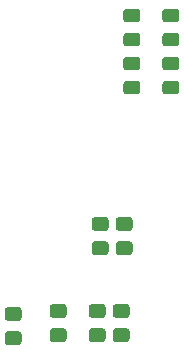
<source format=gbr>
G04 #@! TF.GenerationSoftware,KiCad,Pcbnew,(5.1.5-0-10_14)*
G04 #@! TF.CreationDate,2020-03-02T11:23:44+00:00*
G04 #@! TF.ProjectId,MidiLedController,4d696469-4c65-4644-936f-6e74726f6c6c,C*
G04 #@! TF.SameCoordinates,Original*
G04 #@! TF.FileFunction,Paste,Bot*
G04 #@! TF.FilePolarity,Positive*
%FSLAX46Y46*%
G04 Gerber Fmt 4.6, Leading zero omitted, Abs format (unit mm)*
G04 Created by KiCad (PCBNEW (5.1.5-0-10_14)) date 2020-03-02 11:23:44*
%MOMM*%
%LPD*%
G04 APERTURE LIST*
%ADD10C,0.100000*%
G04 APERTURE END LIST*
D10*
G36*
X135475505Y-47187204D02*
G01*
X135499773Y-47190804D01*
X135523572Y-47196765D01*
X135546671Y-47205030D01*
X135568850Y-47215520D01*
X135589893Y-47228132D01*
X135609599Y-47242747D01*
X135627777Y-47259223D01*
X135644253Y-47277401D01*
X135658868Y-47297107D01*
X135671480Y-47318150D01*
X135681970Y-47340329D01*
X135690235Y-47363428D01*
X135696196Y-47387227D01*
X135699796Y-47411495D01*
X135701000Y-47435999D01*
X135701000Y-48086001D01*
X135699796Y-48110505D01*
X135696196Y-48134773D01*
X135690235Y-48158572D01*
X135681970Y-48181671D01*
X135671480Y-48203850D01*
X135658868Y-48224893D01*
X135644253Y-48244599D01*
X135627777Y-48262777D01*
X135609599Y-48279253D01*
X135589893Y-48293868D01*
X135568850Y-48306480D01*
X135546671Y-48316970D01*
X135523572Y-48325235D01*
X135499773Y-48331196D01*
X135475505Y-48334796D01*
X135451001Y-48336000D01*
X134550999Y-48336000D01*
X134526495Y-48334796D01*
X134502227Y-48331196D01*
X134478428Y-48325235D01*
X134455329Y-48316970D01*
X134433150Y-48306480D01*
X134412107Y-48293868D01*
X134392401Y-48279253D01*
X134374223Y-48262777D01*
X134357747Y-48244599D01*
X134343132Y-48224893D01*
X134330520Y-48203850D01*
X134320030Y-48181671D01*
X134311765Y-48158572D01*
X134305804Y-48134773D01*
X134302204Y-48110505D01*
X134301000Y-48086001D01*
X134301000Y-47435999D01*
X134302204Y-47411495D01*
X134305804Y-47387227D01*
X134311765Y-47363428D01*
X134320030Y-47340329D01*
X134330520Y-47318150D01*
X134343132Y-47297107D01*
X134357747Y-47277401D01*
X134374223Y-47259223D01*
X134392401Y-47242747D01*
X134412107Y-47228132D01*
X134433150Y-47215520D01*
X134455329Y-47205030D01*
X134478428Y-47196765D01*
X134502227Y-47190804D01*
X134526495Y-47187204D01*
X134550999Y-47186000D01*
X135451001Y-47186000D01*
X135475505Y-47187204D01*
G37*
G36*
X135475505Y-45137204D02*
G01*
X135499773Y-45140804D01*
X135523572Y-45146765D01*
X135546671Y-45155030D01*
X135568850Y-45165520D01*
X135589893Y-45178132D01*
X135609599Y-45192747D01*
X135627777Y-45209223D01*
X135644253Y-45227401D01*
X135658868Y-45247107D01*
X135671480Y-45268150D01*
X135681970Y-45290329D01*
X135690235Y-45313428D01*
X135696196Y-45337227D01*
X135699796Y-45361495D01*
X135701000Y-45385999D01*
X135701000Y-46036001D01*
X135699796Y-46060505D01*
X135696196Y-46084773D01*
X135690235Y-46108572D01*
X135681970Y-46131671D01*
X135671480Y-46153850D01*
X135658868Y-46174893D01*
X135644253Y-46194599D01*
X135627777Y-46212777D01*
X135609599Y-46229253D01*
X135589893Y-46243868D01*
X135568850Y-46256480D01*
X135546671Y-46266970D01*
X135523572Y-46275235D01*
X135499773Y-46281196D01*
X135475505Y-46284796D01*
X135451001Y-46286000D01*
X134550999Y-46286000D01*
X134526495Y-46284796D01*
X134502227Y-46281196D01*
X134478428Y-46275235D01*
X134455329Y-46266970D01*
X134433150Y-46256480D01*
X134412107Y-46243868D01*
X134392401Y-46229253D01*
X134374223Y-46212777D01*
X134357747Y-46194599D01*
X134343132Y-46174893D01*
X134330520Y-46153850D01*
X134320030Y-46131671D01*
X134311765Y-46108572D01*
X134305804Y-46084773D01*
X134302204Y-46060505D01*
X134301000Y-46036001D01*
X134301000Y-45385999D01*
X134302204Y-45361495D01*
X134305804Y-45337227D01*
X134311765Y-45313428D01*
X134320030Y-45290329D01*
X134330520Y-45268150D01*
X134343132Y-45247107D01*
X134357747Y-45227401D01*
X134374223Y-45209223D01*
X134392401Y-45192747D01*
X134412107Y-45178132D01*
X134433150Y-45165520D01*
X134455329Y-45155030D01*
X134478428Y-45146765D01*
X134502227Y-45140804D01*
X134526495Y-45137204D01*
X134550999Y-45136000D01*
X135451001Y-45136000D01*
X135475505Y-45137204D01*
G37*
G36*
X135475505Y-49201204D02*
G01*
X135499773Y-49204804D01*
X135523572Y-49210765D01*
X135546671Y-49219030D01*
X135568850Y-49229520D01*
X135589893Y-49242132D01*
X135609599Y-49256747D01*
X135627777Y-49273223D01*
X135644253Y-49291401D01*
X135658868Y-49311107D01*
X135671480Y-49332150D01*
X135681970Y-49354329D01*
X135690235Y-49377428D01*
X135696196Y-49401227D01*
X135699796Y-49425495D01*
X135701000Y-49449999D01*
X135701000Y-50100001D01*
X135699796Y-50124505D01*
X135696196Y-50148773D01*
X135690235Y-50172572D01*
X135681970Y-50195671D01*
X135671480Y-50217850D01*
X135658868Y-50238893D01*
X135644253Y-50258599D01*
X135627777Y-50276777D01*
X135609599Y-50293253D01*
X135589893Y-50307868D01*
X135568850Y-50320480D01*
X135546671Y-50330970D01*
X135523572Y-50339235D01*
X135499773Y-50345196D01*
X135475505Y-50348796D01*
X135451001Y-50350000D01*
X134550999Y-50350000D01*
X134526495Y-50348796D01*
X134502227Y-50345196D01*
X134478428Y-50339235D01*
X134455329Y-50330970D01*
X134433150Y-50320480D01*
X134412107Y-50307868D01*
X134392401Y-50293253D01*
X134374223Y-50276777D01*
X134357747Y-50258599D01*
X134343132Y-50238893D01*
X134330520Y-50217850D01*
X134320030Y-50195671D01*
X134311765Y-50172572D01*
X134305804Y-50148773D01*
X134302204Y-50124505D01*
X134301000Y-50100001D01*
X134301000Y-49449999D01*
X134302204Y-49425495D01*
X134305804Y-49401227D01*
X134311765Y-49377428D01*
X134320030Y-49354329D01*
X134330520Y-49332150D01*
X134343132Y-49311107D01*
X134357747Y-49291401D01*
X134374223Y-49273223D01*
X134392401Y-49256747D01*
X134412107Y-49242132D01*
X134433150Y-49229520D01*
X134455329Y-49219030D01*
X134478428Y-49210765D01*
X134502227Y-49204804D01*
X134526495Y-49201204D01*
X134550999Y-49200000D01*
X135451001Y-49200000D01*
X135475505Y-49201204D01*
G37*
G36*
X135475505Y-51251204D02*
G01*
X135499773Y-51254804D01*
X135523572Y-51260765D01*
X135546671Y-51269030D01*
X135568850Y-51279520D01*
X135589893Y-51292132D01*
X135609599Y-51306747D01*
X135627777Y-51323223D01*
X135644253Y-51341401D01*
X135658868Y-51361107D01*
X135671480Y-51382150D01*
X135681970Y-51404329D01*
X135690235Y-51427428D01*
X135696196Y-51451227D01*
X135699796Y-51475495D01*
X135701000Y-51499999D01*
X135701000Y-52150001D01*
X135699796Y-52174505D01*
X135696196Y-52198773D01*
X135690235Y-52222572D01*
X135681970Y-52245671D01*
X135671480Y-52267850D01*
X135658868Y-52288893D01*
X135644253Y-52308599D01*
X135627777Y-52326777D01*
X135609599Y-52343253D01*
X135589893Y-52357868D01*
X135568850Y-52370480D01*
X135546671Y-52380970D01*
X135523572Y-52389235D01*
X135499773Y-52395196D01*
X135475505Y-52398796D01*
X135451001Y-52400000D01*
X134550999Y-52400000D01*
X134526495Y-52398796D01*
X134502227Y-52395196D01*
X134478428Y-52389235D01*
X134455329Y-52380970D01*
X134433150Y-52370480D01*
X134412107Y-52357868D01*
X134392401Y-52343253D01*
X134374223Y-52326777D01*
X134357747Y-52308599D01*
X134343132Y-52288893D01*
X134330520Y-52267850D01*
X134320030Y-52245671D01*
X134311765Y-52222572D01*
X134305804Y-52198773D01*
X134302204Y-52174505D01*
X134301000Y-52150001D01*
X134301000Y-51499999D01*
X134302204Y-51475495D01*
X134305804Y-51451227D01*
X134311765Y-51427428D01*
X134320030Y-51404329D01*
X134330520Y-51382150D01*
X134343132Y-51361107D01*
X134357747Y-51341401D01*
X134374223Y-51323223D01*
X134392401Y-51306747D01*
X134412107Y-51292132D01*
X134433150Y-51279520D01*
X134455329Y-51269030D01*
X134478428Y-51260765D01*
X134502227Y-51254804D01*
X134526495Y-51251204D01*
X134550999Y-51250000D01*
X135451001Y-51250000D01*
X135475505Y-51251204D01*
G37*
G36*
X129252505Y-70156204D02*
G01*
X129276773Y-70159804D01*
X129300572Y-70165765D01*
X129323671Y-70174030D01*
X129345850Y-70184520D01*
X129366893Y-70197132D01*
X129386599Y-70211747D01*
X129404777Y-70228223D01*
X129421253Y-70246401D01*
X129435868Y-70266107D01*
X129448480Y-70287150D01*
X129458970Y-70309329D01*
X129467235Y-70332428D01*
X129473196Y-70356227D01*
X129476796Y-70380495D01*
X129478000Y-70404999D01*
X129478000Y-71055001D01*
X129476796Y-71079505D01*
X129473196Y-71103773D01*
X129467235Y-71127572D01*
X129458970Y-71150671D01*
X129448480Y-71172850D01*
X129435868Y-71193893D01*
X129421253Y-71213599D01*
X129404777Y-71231777D01*
X129386599Y-71248253D01*
X129366893Y-71262868D01*
X129345850Y-71275480D01*
X129323671Y-71285970D01*
X129300572Y-71294235D01*
X129276773Y-71300196D01*
X129252505Y-71303796D01*
X129228001Y-71305000D01*
X128327999Y-71305000D01*
X128303495Y-71303796D01*
X128279227Y-71300196D01*
X128255428Y-71294235D01*
X128232329Y-71285970D01*
X128210150Y-71275480D01*
X128189107Y-71262868D01*
X128169401Y-71248253D01*
X128151223Y-71231777D01*
X128134747Y-71213599D01*
X128120132Y-71193893D01*
X128107520Y-71172850D01*
X128097030Y-71150671D01*
X128088765Y-71127572D01*
X128082804Y-71103773D01*
X128079204Y-71079505D01*
X128078000Y-71055001D01*
X128078000Y-70404999D01*
X128079204Y-70380495D01*
X128082804Y-70356227D01*
X128088765Y-70332428D01*
X128097030Y-70309329D01*
X128107520Y-70287150D01*
X128120132Y-70266107D01*
X128134747Y-70246401D01*
X128151223Y-70228223D01*
X128169401Y-70211747D01*
X128189107Y-70197132D01*
X128210150Y-70184520D01*
X128232329Y-70174030D01*
X128255428Y-70165765D01*
X128279227Y-70159804D01*
X128303495Y-70156204D01*
X128327999Y-70155000D01*
X129228001Y-70155000D01*
X129252505Y-70156204D01*
G37*
G36*
X129252505Y-72206204D02*
G01*
X129276773Y-72209804D01*
X129300572Y-72215765D01*
X129323671Y-72224030D01*
X129345850Y-72234520D01*
X129366893Y-72247132D01*
X129386599Y-72261747D01*
X129404777Y-72278223D01*
X129421253Y-72296401D01*
X129435868Y-72316107D01*
X129448480Y-72337150D01*
X129458970Y-72359329D01*
X129467235Y-72382428D01*
X129473196Y-72406227D01*
X129476796Y-72430495D01*
X129478000Y-72454999D01*
X129478000Y-73105001D01*
X129476796Y-73129505D01*
X129473196Y-73153773D01*
X129467235Y-73177572D01*
X129458970Y-73200671D01*
X129448480Y-73222850D01*
X129435868Y-73243893D01*
X129421253Y-73263599D01*
X129404777Y-73281777D01*
X129386599Y-73298253D01*
X129366893Y-73312868D01*
X129345850Y-73325480D01*
X129323671Y-73335970D01*
X129300572Y-73344235D01*
X129276773Y-73350196D01*
X129252505Y-73353796D01*
X129228001Y-73355000D01*
X128327999Y-73355000D01*
X128303495Y-73353796D01*
X128279227Y-73350196D01*
X128255428Y-73344235D01*
X128232329Y-73335970D01*
X128210150Y-73325480D01*
X128189107Y-73312868D01*
X128169401Y-73298253D01*
X128151223Y-73281777D01*
X128134747Y-73263599D01*
X128120132Y-73243893D01*
X128107520Y-73222850D01*
X128097030Y-73200671D01*
X128088765Y-73177572D01*
X128082804Y-73153773D01*
X128079204Y-73129505D01*
X128078000Y-73105001D01*
X128078000Y-72454999D01*
X128079204Y-72430495D01*
X128082804Y-72406227D01*
X128088765Y-72382428D01*
X128097030Y-72359329D01*
X128107520Y-72337150D01*
X128120132Y-72316107D01*
X128134747Y-72296401D01*
X128151223Y-72278223D01*
X128169401Y-72261747D01*
X128189107Y-72247132D01*
X128210150Y-72234520D01*
X128232329Y-72224030D01*
X128255428Y-72215765D01*
X128279227Y-72209804D01*
X128303495Y-72206204D01*
X128327999Y-72205000D01*
X129228001Y-72205000D01*
X129252505Y-72206204D01*
G37*
G36*
X131284505Y-70156204D02*
G01*
X131308773Y-70159804D01*
X131332572Y-70165765D01*
X131355671Y-70174030D01*
X131377850Y-70184520D01*
X131398893Y-70197132D01*
X131418599Y-70211747D01*
X131436777Y-70228223D01*
X131453253Y-70246401D01*
X131467868Y-70266107D01*
X131480480Y-70287150D01*
X131490970Y-70309329D01*
X131499235Y-70332428D01*
X131505196Y-70356227D01*
X131508796Y-70380495D01*
X131510000Y-70404999D01*
X131510000Y-71055001D01*
X131508796Y-71079505D01*
X131505196Y-71103773D01*
X131499235Y-71127572D01*
X131490970Y-71150671D01*
X131480480Y-71172850D01*
X131467868Y-71193893D01*
X131453253Y-71213599D01*
X131436777Y-71231777D01*
X131418599Y-71248253D01*
X131398893Y-71262868D01*
X131377850Y-71275480D01*
X131355671Y-71285970D01*
X131332572Y-71294235D01*
X131308773Y-71300196D01*
X131284505Y-71303796D01*
X131260001Y-71305000D01*
X130359999Y-71305000D01*
X130335495Y-71303796D01*
X130311227Y-71300196D01*
X130287428Y-71294235D01*
X130264329Y-71285970D01*
X130242150Y-71275480D01*
X130221107Y-71262868D01*
X130201401Y-71248253D01*
X130183223Y-71231777D01*
X130166747Y-71213599D01*
X130152132Y-71193893D01*
X130139520Y-71172850D01*
X130129030Y-71150671D01*
X130120765Y-71127572D01*
X130114804Y-71103773D01*
X130111204Y-71079505D01*
X130110000Y-71055001D01*
X130110000Y-70404999D01*
X130111204Y-70380495D01*
X130114804Y-70356227D01*
X130120765Y-70332428D01*
X130129030Y-70309329D01*
X130139520Y-70287150D01*
X130152132Y-70266107D01*
X130166747Y-70246401D01*
X130183223Y-70228223D01*
X130201401Y-70211747D01*
X130221107Y-70197132D01*
X130242150Y-70184520D01*
X130264329Y-70174030D01*
X130287428Y-70165765D01*
X130311227Y-70159804D01*
X130335495Y-70156204D01*
X130359999Y-70155000D01*
X131260001Y-70155000D01*
X131284505Y-70156204D01*
G37*
G36*
X131284505Y-72206204D02*
G01*
X131308773Y-72209804D01*
X131332572Y-72215765D01*
X131355671Y-72224030D01*
X131377850Y-72234520D01*
X131398893Y-72247132D01*
X131418599Y-72261747D01*
X131436777Y-72278223D01*
X131453253Y-72296401D01*
X131467868Y-72316107D01*
X131480480Y-72337150D01*
X131490970Y-72359329D01*
X131499235Y-72382428D01*
X131505196Y-72406227D01*
X131508796Y-72430495D01*
X131510000Y-72454999D01*
X131510000Y-73105001D01*
X131508796Y-73129505D01*
X131505196Y-73153773D01*
X131499235Y-73177572D01*
X131490970Y-73200671D01*
X131480480Y-73222850D01*
X131467868Y-73243893D01*
X131453253Y-73263599D01*
X131436777Y-73281777D01*
X131418599Y-73298253D01*
X131398893Y-73312868D01*
X131377850Y-73325480D01*
X131355671Y-73335970D01*
X131332572Y-73344235D01*
X131308773Y-73350196D01*
X131284505Y-73353796D01*
X131260001Y-73355000D01*
X130359999Y-73355000D01*
X130335495Y-73353796D01*
X130311227Y-73350196D01*
X130287428Y-73344235D01*
X130264329Y-73335970D01*
X130242150Y-73325480D01*
X130221107Y-73312868D01*
X130201401Y-73298253D01*
X130183223Y-73281777D01*
X130166747Y-73263599D01*
X130152132Y-73243893D01*
X130139520Y-73222850D01*
X130129030Y-73200671D01*
X130120765Y-73177572D01*
X130114804Y-73153773D01*
X130111204Y-73129505D01*
X130110000Y-73105001D01*
X130110000Y-72454999D01*
X130111204Y-72430495D01*
X130114804Y-72406227D01*
X130120765Y-72382428D01*
X130129030Y-72359329D01*
X130139520Y-72337150D01*
X130152132Y-72316107D01*
X130166747Y-72296401D01*
X130183223Y-72278223D01*
X130201401Y-72261747D01*
X130221107Y-72247132D01*
X130242150Y-72234520D01*
X130264329Y-72224030D01*
X130287428Y-72215765D01*
X130311227Y-72209804D01*
X130335495Y-72206204D01*
X130359999Y-72205000D01*
X131260001Y-72205000D01*
X131284505Y-72206204D01*
G37*
G36*
X131538505Y-62790204D02*
G01*
X131562773Y-62793804D01*
X131586572Y-62799765D01*
X131609671Y-62808030D01*
X131631850Y-62818520D01*
X131652893Y-62831132D01*
X131672599Y-62845747D01*
X131690777Y-62862223D01*
X131707253Y-62880401D01*
X131721868Y-62900107D01*
X131734480Y-62921150D01*
X131744970Y-62943329D01*
X131753235Y-62966428D01*
X131759196Y-62990227D01*
X131762796Y-63014495D01*
X131764000Y-63038999D01*
X131764000Y-63689001D01*
X131762796Y-63713505D01*
X131759196Y-63737773D01*
X131753235Y-63761572D01*
X131744970Y-63784671D01*
X131734480Y-63806850D01*
X131721868Y-63827893D01*
X131707253Y-63847599D01*
X131690777Y-63865777D01*
X131672599Y-63882253D01*
X131652893Y-63896868D01*
X131631850Y-63909480D01*
X131609671Y-63919970D01*
X131586572Y-63928235D01*
X131562773Y-63934196D01*
X131538505Y-63937796D01*
X131514001Y-63939000D01*
X130613999Y-63939000D01*
X130589495Y-63937796D01*
X130565227Y-63934196D01*
X130541428Y-63928235D01*
X130518329Y-63919970D01*
X130496150Y-63909480D01*
X130475107Y-63896868D01*
X130455401Y-63882253D01*
X130437223Y-63865777D01*
X130420747Y-63847599D01*
X130406132Y-63827893D01*
X130393520Y-63806850D01*
X130383030Y-63784671D01*
X130374765Y-63761572D01*
X130368804Y-63737773D01*
X130365204Y-63713505D01*
X130364000Y-63689001D01*
X130364000Y-63038999D01*
X130365204Y-63014495D01*
X130368804Y-62990227D01*
X130374765Y-62966428D01*
X130383030Y-62943329D01*
X130393520Y-62921150D01*
X130406132Y-62900107D01*
X130420747Y-62880401D01*
X130437223Y-62862223D01*
X130455401Y-62845747D01*
X130475107Y-62831132D01*
X130496150Y-62818520D01*
X130518329Y-62808030D01*
X130541428Y-62799765D01*
X130565227Y-62793804D01*
X130589495Y-62790204D01*
X130613999Y-62789000D01*
X131514001Y-62789000D01*
X131538505Y-62790204D01*
G37*
G36*
X131538505Y-64840204D02*
G01*
X131562773Y-64843804D01*
X131586572Y-64849765D01*
X131609671Y-64858030D01*
X131631850Y-64868520D01*
X131652893Y-64881132D01*
X131672599Y-64895747D01*
X131690777Y-64912223D01*
X131707253Y-64930401D01*
X131721868Y-64950107D01*
X131734480Y-64971150D01*
X131744970Y-64993329D01*
X131753235Y-65016428D01*
X131759196Y-65040227D01*
X131762796Y-65064495D01*
X131764000Y-65088999D01*
X131764000Y-65739001D01*
X131762796Y-65763505D01*
X131759196Y-65787773D01*
X131753235Y-65811572D01*
X131744970Y-65834671D01*
X131734480Y-65856850D01*
X131721868Y-65877893D01*
X131707253Y-65897599D01*
X131690777Y-65915777D01*
X131672599Y-65932253D01*
X131652893Y-65946868D01*
X131631850Y-65959480D01*
X131609671Y-65969970D01*
X131586572Y-65978235D01*
X131562773Y-65984196D01*
X131538505Y-65987796D01*
X131514001Y-65989000D01*
X130613999Y-65989000D01*
X130589495Y-65987796D01*
X130565227Y-65984196D01*
X130541428Y-65978235D01*
X130518329Y-65969970D01*
X130496150Y-65959480D01*
X130475107Y-65946868D01*
X130455401Y-65932253D01*
X130437223Y-65915777D01*
X130420747Y-65897599D01*
X130406132Y-65877893D01*
X130393520Y-65856850D01*
X130383030Y-65834671D01*
X130374765Y-65811572D01*
X130368804Y-65787773D01*
X130365204Y-65763505D01*
X130364000Y-65739001D01*
X130364000Y-65088999D01*
X130365204Y-65064495D01*
X130368804Y-65040227D01*
X130374765Y-65016428D01*
X130383030Y-64993329D01*
X130393520Y-64971150D01*
X130406132Y-64950107D01*
X130420747Y-64930401D01*
X130437223Y-64912223D01*
X130455401Y-64895747D01*
X130475107Y-64881132D01*
X130496150Y-64868520D01*
X130518329Y-64858030D01*
X130541428Y-64849765D01*
X130565227Y-64843804D01*
X130589495Y-64840204D01*
X130613999Y-64839000D01*
X131514001Y-64839000D01*
X131538505Y-64840204D01*
G37*
G36*
X129506505Y-62790204D02*
G01*
X129530773Y-62793804D01*
X129554572Y-62799765D01*
X129577671Y-62808030D01*
X129599850Y-62818520D01*
X129620893Y-62831132D01*
X129640599Y-62845747D01*
X129658777Y-62862223D01*
X129675253Y-62880401D01*
X129689868Y-62900107D01*
X129702480Y-62921150D01*
X129712970Y-62943329D01*
X129721235Y-62966428D01*
X129727196Y-62990227D01*
X129730796Y-63014495D01*
X129732000Y-63038999D01*
X129732000Y-63689001D01*
X129730796Y-63713505D01*
X129727196Y-63737773D01*
X129721235Y-63761572D01*
X129712970Y-63784671D01*
X129702480Y-63806850D01*
X129689868Y-63827893D01*
X129675253Y-63847599D01*
X129658777Y-63865777D01*
X129640599Y-63882253D01*
X129620893Y-63896868D01*
X129599850Y-63909480D01*
X129577671Y-63919970D01*
X129554572Y-63928235D01*
X129530773Y-63934196D01*
X129506505Y-63937796D01*
X129482001Y-63939000D01*
X128581999Y-63939000D01*
X128557495Y-63937796D01*
X128533227Y-63934196D01*
X128509428Y-63928235D01*
X128486329Y-63919970D01*
X128464150Y-63909480D01*
X128443107Y-63896868D01*
X128423401Y-63882253D01*
X128405223Y-63865777D01*
X128388747Y-63847599D01*
X128374132Y-63827893D01*
X128361520Y-63806850D01*
X128351030Y-63784671D01*
X128342765Y-63761572D01*
X128336804Y-63737773D01*
X128333204Y-63713505D01*
X128332000Y-63689001D01*
X128332000Y-63038999D01*
X128333204Y-63014495D01*
X128336804Y-62990227D01*
X128342765Y-62966428D01*
X128351030Y-62943329D01*
X128361520Y-62921150D01*
X128374132Y-62900107D01*
X128388747Y-62880401D01*
X128405223Y-62862223D01*
X128423401Y-62845747D01*
X128443107Y-62831132D01*
X128464150Y-62818520D01*
X128486329Y-62808030D01*
X128509428Y-62799765D01*
X128533227Y-62793804D01*
X128557495Y-62790204D01*
X128581999Y-62789000D01*
X129482001Y-62789000D01*
X129506505Y-62790204D01*
G37*
G36*
X129506505Y-64840204D02*
G01*
X129530773Y-64843804D01*
X129554572Y-64849765D01*
X129577671Y-64858030D01*
X129599850Y-64868520D01*
X129620893Y-64881132D01*
X129640599Y-64895747D01*
X129658777Y-64912223D01*
X129675253Y-64930401D01*
X129689868Y-64950107D01*
X129702480Y-64971150D01*
X129712970Y-64993329D01*
X129721235Y-65016428D01*
X129727196Y-65040227D01*
X129730796Y-65064495D01*
X129732000Y-65088999D01*
X129732000Y-65739001D01*
X129730796Y-65763505D01*
X129727196Y-65787773D01*
X129721235Y-65811572D01*
X129712970Y-65834671D01*
X129702480Y-65856850D01*
X129689868Y-65877893D01*
X129675253Y-65897599D01*
X129658777Y-65915777D01*
X129640599Y-65932253D01*
X129620893Y-65946868D01*
X129599850Y-65959480D01*
X129577671Y-65969970D01*
X129554572Y-65978235D01*
X129530773Y-65984196D01*
X129506505Y-65987796D01*
X129482001Y-65989000D01*
X128581999Y-65989000D01*
X128557495Y-65987796D01*
X128533227Y-65984196D01*
X128509428Y-65978235D01*
X128486329Y-65969970D01*
X128464150Y-65959480D01*
X128443107Y-65946868D01*
X128423401Y-65932253D01*
X128405223Y-65915777D01*
X128388747Y-65897599D01*
X128374132Y-65877893D01*
X128361520Y-65856850D01*
X128351030Y-65834671D01*
X128342765Y-65811572D01*
X128336804Y-65787773D01*
X128333204Y-65763505D01*
X128332000Y-65739001D01*
X128332000Y-65088999D01*
X128333204Y-65064495D01*
X128336804Y-65040227D01*
X128342765Y-65016428D01*
X128351030Y-64993329D01*
X128361520Y-64971150D01*
X128374132Y-64950107D01*
X128388747Y-64930401D01*
X128405223Y-64912223D01*
X128423401Y-64895747D01*
X128443107Y-64881132D01*
X128464150Y-64868520D01*
X128486329Y-64858030D01*
X128509428Y-64849765D01*
X128533227Y-64843804D01*
X128557495Y-64840204D01*
X128581999Y-64839000D01*
X129482001Y-64839000D01*
X129506505Y-64840204D01*
G37*
G36*
X125950505Y-70156204D02*
G01*
X125974773Y-70159804D01*
X125998572Y-70165765D01*
X126021671Y-70174030D01*
X126043850Y-70184520D01*
X126064893Y-70197132D01*
X126084599Y-70211747D01*
X126102777Y-70228223D01*
X126119253Y-70246401D01*
X126133868Y-70266107D01*
X126146480Y-70287150D01*
X126156970Y-70309329D01*
X126165235Y-70332428D01*
X126171196Y-70356227D01*
X126174796Y-70380495D01*
X126176000Y-70404999D01*
X126176000Y-71055001D01*
X126174796Y-71079505D01*
X126171196Y-71103773D01*
X126165235Y-71127572D01*
X126156970Y-71150671D01*
X126146480Y-71172850D01*
X126133868Y-71193893D01*
X126119253Y-71213599D01*
X126102777Y-71231777D01*
X126084599Y-71248253D01*
X126064893Y-71262868D01*
X126043850Y-71275480D01*
X126021671Y-71285970D01*
X125998572Y-71294235D01*
X125974773Y-71300196D01*
X125950505Y-71303796D01*
X125926001Y-71305000D01*
X125025999Y-71305000D01*
X125001495Y-71303796D01*
X124977227Y-71300196D01*
X124953428Y-71294235D01*
X124930329Y-71285970D01*
X124908150Y-71275480D01*
X124887107Y-71262868D01*
X124867401Y-71248253D01*
X124849223Y-71231777D01*
X124832747Y-71213599D01*
X124818132Y-71193893D01*
X124805520Y-71172850D01*
X124795030Y-71150671D01*
X124786765Y-71127572D01*
X124780804Y-71103773D01*
X124777204Y-71079505D01*
X124776000Y-71055001D01*
X124776000Y-70404999D01*
X124777204Y-70380495D01*
X124780804Y-70356227D01*
X124786765Y-70332428D01*
X124795030Y-70309329D01*
X124805520Y-70287150D01*
X124818132Y-70266107D01*
X124832747Y-70246401D01*
X124849223Y-70228223D01*
X124867401Y-70211747D01*
X124887107Y-70197132D01*
X124908150Y-70184520D01*
X124930329Y-70174030D01*
X124953428Y-70165765D01*
X124977227Y-70159804D01*
X125001495Y-70156204D01*
X125025999Y-70155000D01*
X125926001Y-70155000D01*
X125950505Y-70156204D01*
G37*
G36*
X125950505Y-72206204D02*
G01*
X125974773Y-72209804D01*
X125998572Y-72215765D01*
X126021671Y-72224030D01*
X126043850Y-72234520D01*
X126064893Y-72247132D01*
X126084599Y-72261747D01*
X126102777Y-72278223D01*
X126119253Y-72296401D01*
X126133868Y-72316107D01*
X126146480Y-72337150D01*
X126156970Y-72359329D01*
X126165235Y-72382428D01*
X126171196Y-72406227D01*
X126174796Y-72430495D01*
X126176000Y-72454999D01*
X126176000Y-73105001D01*
X126174796Y-73129505D01*
X126171196Y-73153773D01*
X126165235Y-73177572D01*
X126156970Y-73200671D01*
X126146480Y-73222850D01*
X126133868Y-73243893D01*
X126119253Y-73263599D01*
X126102777Y-73281777D01*
X126084599Y-73298253D01*
X126064893Y-73312868D01*
X126043850Y-73325480D01*
X126021671Y-73335970D01*
X125998572Y-73344235D01*
X125974773Y-73350196D01*
X125950505Y-73353796D01*
X125926001Y-73355000D01*
X125025999Y-73355000D01*
X125001495Y-73353796D01*
X124977227Y-73350196D01*
X124953428Y-73344235D01*
X124930329Y-73335970D01*
X124908150Y-73325480D01*
X124887107Y-73312868D01*
X124867401Y-73298253D01*
X124849223Y-73281777D01*
X124832747Y-73263599D01*
X124818132Y-73243893D01*
X124805520Y-73222850D01*
X124795030Y-73200671D01*
X124786765Y-73177572D01*
X124780804Y-73153773D01*
X124777204Y-73129505D01*
X124776000Y-73105001D01*
X124776000Y-72454999D01*
X124777204Y-72430495D01*
X124780804Y-72406227D01*
X124786765Y-72382428D01*
X124795030Y-72359329D01*
X124805520Y-72337150D01*
X124818132Y-72316107D01*
X124832747Y-72296401D01*
X124849223Y-72278223D01*
X124867401Y-72261747D01*
X124887107Y-72247132D01*
X124908150Y-72234520D01*
X124930329Y-72224030D01*
X124953428Y-72215765D01*
X124977227Y-72209804D01*
X125001495Y-72206204D01*
X125025999Y-72205000D01*
X125926001Y-72205000D01*
X125950505Y-72206204D01*
G37*
G36*
X132173505Y-47187204D02*
G01*
X132197773Y-47190804D01*
X132221572Y-47196765D01*
X132244671Y-47205030D01*
X132266850Y-47215520D01*
X132287893Y-47228132D01*
X132307599Y-47242747D01*
X132325777Y-47259223D01*
X132342253Y-47277401D01*
X132356868Y-47297107D01*
X132369480Y-47318150D01*
X132379970Y-47340329D01*
X132388235Y-47363428D01*
X132394196Y-47387227D01*
X132397796Y-47411495D01*
X132399000Y-47435999D01*
X132399000Y-48086001D01*
X132397796Y-48110505D01*
X132394196Y-48134773D01*
X132388235Y-48158572D01*
X132379970Y-48181671D01*
X132369480Y-48203850D01*
X132356868Y-48224893D01*
X132342253Y-48244599D01*
X132325777Y-48262777D01*
X132307599Y-48279253D01*
X132287893Y-48293868D01*
X132266850Y-48306480D01*
X132244671Y-48316970D01*
X132221572Y-48325235D01*
X132197773Y-48331196D01*
X132173505Y-48334796D01*
X132149001Y-48336000D01*
X131248999Y-48336000D01*
X131224495Y-48334796D01*
X131200227Y-48331196D01*
X131176428Y-48325235D01*
X131153329Y-48316970D01*
X131131150Y-48306480D01*
X131110107Y-48293868D01*
X131090401Y-48279253D01*
X131072223Y-48262777D01*
X131055747Y-48244599D01*
X131041132Y-48224893D01*
X131028520Y-48203850D01*
X131018030Y-48181671D01*
X131009765Y-48158572D01*
X131003804Y-48134773D01*
X131000204Y-48110505D01*
X130999000Y-48086001D01*
X130999000Y-47435999D01*
X131000204Y-47411495D01*
X131003804Y-47387227D01*
X131009765Y-47363428D01*
X131018030Y-47340329D01*
X131028520Y-47318150D01*
X131041132Y-47297107D01*
X131055747Y-47277401D01*
X131072223Y-47259223D01*
X131090401Y-47242747D01*
X131110107Y-47228132D01*
X131131150Y-47215520D01*
X131153329Y-47205030D01*
X131176428Y-47196765D01*
X131200227Y-47190804D01*
X131224495Y-47187204D01*
X131248999Y-47186000D01*
X132149001Y-47186000D01*
X132173505Y-47187204D01*
G37*
G36*
X132173505Y-45137204D02*
G01*
X132197773Y-45140804D01*
X132221572Y-45146765D01*
X132244671Y-45155030D01*
X132266850Y-45165520D01*
X132287893Y-45178132D01*
X132307599Y-45192747D01*
X132325777Y-45209223D01*
X132342253Y-45227401D01*
X132356868Y-45247107D01*
X132369480Y-45268150D01*
X132379970Y-45290329D01*
X132388235Y-45313428D01*
X132394196Y-45337227D01*
X132397796Y-45361495D01*
X132399000Y-45385999D01*
X132399000Y-46036001D01*
X132397796Y-46060505D01*
X132394196Y-46084773D01*
X132388235Y-46108572D01*
X132379970Y-46131671D01*
X132369480Y-46153850D01*
X132356868Y-46174893D01*
X132342253Y-46194599D01*
X132325777Y-46212777D01*
X132307599Y-46229253D01*
X132287893Y-46243868D01*
X132266850Y-46256480D01*
X132244671Y-46266970D01*
X132221572Y-46275235D01*
X132197773Y-46281196D01*
X132173505Y-46284796D01*
X132149001Y-46286000D01*
X131248999Y-46286000D01*
X131224495Y-46284796D01*
X131200227Y-46281196D01*
X131176428Y-46275235D01*
X131153329Y-46266970D01*
X131131150Y-46256480D01*
X131110107Y-46243868D01*
X131090401Y-46229253D01*
X131072223Y-46212777D01*
X131055747Y-46194599D01*
X131041132Y-46174893D01*
X131028520Y-46153850D01*
X131018030Y-46131671D01*
X131009765Y-46108572D01*
X131003804Y-46084773D01*
X131000204Y-46060505D01*
X130999000Y-46036001D01*
X130999000Y-45385999D01*
X131000204Y-45361495D01*
X131003804Y-45337227D01*
X131009765Y-45313428D01*
X131018030Y-45290329D01*
X131028520Y-45268150D01*
X131041132Y-45247107D01*
X131055747Y-45227401D01*
X131072223Y-45209223D01*
X131090401Y-45192747D01*
X131110107Y-45178132D01*
X131131150Y-45165520D01*
X131153329Y-45155030D01*
X131176428Y-45146765D01*
X131200227Y-45140804D01*
X131224495Y-45137204D01*
X131248999Y-45136000D01*
X132149001Y-45136000D01*
X132173505Y-45137204D01*
G37*
G36*
X122140505Y-72460204D02*
G01*
X122164773Y-72463804D01*
X122188572Y-72469765D01*
X122211671Y-72478030D01*
X122233850Y-72488520D01*
X122254893Y-72501132D01*
X122274599Y-72515747D01*
X122292777Y-72532223D01*
X122309253Y-72550401D01*
X122323868Y-72570107D01*
X122336480Y-72591150D01*
X122346970Y-72613329D01*
X122355235Y-72636428D01*
X122361196Y-72660227D01*
X122364796Y-72684495D01*
X122366000Y-72708999D01*
X122366000Y-73359001D01*
X122364796Y-73383505D01*
X122361196Y-73407773D01*
X122355235Y-73431572D01*
X122346970Y-73454671D01*
X122336480Y-73476850D01*
X122323868Y-73497893D01*
X122309253Y-73517599D01*
X122292777Y-73535777D01*
X122274599Y-73552253D01*
X122254893Y-73566868D01*
X122233850Y-73579480D01*
X122211671Y-73589970D01*
X122188572Y-73598235D01*
X122164773Y-73604196D01*
X122140505Y-73607796D01*
X122116001Y-73609000D01*
X121215999Y-73609000D01*
X121191495Y-73607796D01*
X121167227Y-73604196D01*
X121143428Y-73598235D01*
X121120329Y-73589970D01*
X121098150Y-73579480D01*
X121077107Y-73566868D01*
X121057401Y-73552253D01*
X121039223Y-73535777D01*
X121022747Y-73517599D01*
X121008132Y-73497893D01*
X120995520Y-73476850D01*
X120985030Y-73454671D01*
X120976765Y-73431572D01*
X120970804Y-73407773D01*
X120967204Y-73383505D01*
X120966000Y-73359001D01*
X120966000Y-72708999D01*
X120967204Y-72684495D01*
X120970804Y-72660227D01*
X120976765Y-72636428D01*
X120985030Y-72613329D01*
X120995520Y-72591150D01*
X121008132Y-72570107D01*
X121022747Y-72550401D01*
X121039223Y-72532223D01*
X121057401Y-72515747D01*
X121077107Y-72501132D01*
X121098150Y-72488520D01*
X121120329Y-72478030D01*
X121143428Y-72469765D01*
X121167227Y-72463804D01*
X121191495Y-72460204D01*
X121215999Y-72459000D01*
X122116001Y-72459000D01*
X122140505Y-72460204D01*
G37*
G36*
X122140505Y-70410204D02*
G01*
X122164773Y-70413804D01*
X122188572Y-70419765D01*
X122211671Y-70428030D01*
X122233850Y-70438520D01*
X122254893Y-70451132D01*
X122274599Y-70465747D01*
X122292777Y-70482223D01*
X122309253Y-70500401D01*
X122323868Y-70520107D01*
X122336480Y-70541150D01*
X122346970Y-70563329D01*
X122355235Y-70586428D01*
X122361196Y-70610227D01*
X122364796Y-70634495D01*
X122366000Y-70658999D01*
X122366000Y-71309001D01*
X122364796Y-71333505D01*
X122361196Y-71357773D01*
X122355235Y-71381572D01*
X122346970Y-71404671D01*
X122336480Y-71426850D01*
X122323868Y-71447893D01*
X122309253Y-71467599D01*
X122292777Y-71485777D01*
X122274599Y-71502253D01*
X122254893Y-71516868D01*
X122233850Y-71529480D01*
X122211671Y-71539970D01*
X122188572Y-71548235D01*
X122164773Y-71554196D01*
X122140505Y-71557796D01*
X122116001Y-71559000D01*
X121215999Y-71559000D01*
X121191495Y-71557796D01*
X121167227Y-71554196D01*
X121143428Y-71548235D01*
X121120329Y-71539970D01*
X121098150Y-71529480D01*
X121077107Y-71516868D01*
X121057401Y-71502253D01*
X121039223Y-71485777D01*
X121022747Y-71467599D01*
X121008132Y-71447893D01*
X120995520Y-71426850D01*
X120985030Y-71404671D01*
X120976765Y-71381572D01*
X120970804Y-71357773D01*
X120967204Y-71333505D01*
X120966000Y-71309001D01*
X120966000Y-70658999D01*
X120967204Y-70634495D01*
X120970804Y-70610227D01*
X120976765Y-70586428D01*
X120985030Y-70563329D01*
X120995520Y-70541150D01*
X121008132Y-70520107D01*
X121022747Y-70500401D01*
X121039223Y-70482223D01*
X121057401Y-70465747D01*
X121077107Y-70451132D01*
X121098150Y-70438520D01*
X121120329Y-70428030D01*
X121143428Y-70419765D01*
X121167227Y-70413804D01*
X121191495Y-70410204D01*
X121215999Y-70409000D01*
X122116001Y-70409000D01*
X122140505Y-70410204D01*
G37*
G36*
X132173505Y-49201204D02*
G01*
X132197773Y-49204804D01*
X132221572Y-49210765D01*
X132244671Y-49219030D01*
X132266850Y-49229520D01*
X132287893Y-49242132D01*
X132307599Y-49256747D01*
X132325777Y-49273223D01*
X132342253Y-49291401D01*
X132356868Y-49311107D01*
X132369480Y-49332150D01*
X132379970Y-49354329D01*
X132388235Y-49377428D01*
X132394196Y-49401227D01*
X132397796Y-49425495D01*
X132399000Y-49449999D01*
X132399000Y-50100001D01*
X132397796Y-50124505D01*
X132394196Y-50148773D01*
X132388235Y-50172572D01*
X132379970Y-50195671D01*
X132369480Y-50217850D01*
X132356868Y-50238893D01*
X132342253Y-50258599D01*
X132325777Y-50276777D01*
X132307599Y-50293253D01*
X132287893Y-50307868D01*
X132266850Y-50320480D01*
X132244671Y-50330970D01*
X132221572Y-50339235D01*
X132197773Y-50345196D01*
X132173505Y-50348796D01*
X132149001Y-50350000D01*
X131248999Y-50350000D01*
X131224495Y-50348796D01*
X131200227Y-50345196D01*
X131176428Y-50339235D01*
X131153329Y-50330970D01*
X131131150Y-50320480D01*
X131110107Y-50307868D01*
X131090401Y-50293253D01*
X131072223Y-50276777D01*
X131055747Y-50258599D01*
X131041132Y-50238893D01*
X131028520Y-50217850D01*
X131018030Y-50195671D01*
X131009765Y-50172572D01*
X131003804Y-50148773D01*
X131000204Y-50124505D01*
X130999000Y-50100001D01*
X130999000Y-49449999D01*
X131000204Y-49425495D01*
X131003804Y-49401227D01*
X131009765Y-49377428D01*
X131018030Y-49354329D01*
X131028520Y-49332150D01*
X131041132Y-49311107D01*
X131055747Y-49291401D01*
X131072223Y-49273223D01*
X131090401Y-49256747D01*
X131110107Y-49242132D01*
X131131150Y-49229520D01*
X131153329Y-49219030D01*
X131176428Y-49210765D01*
X131200227Y-49204804D01*
X131224495Y-49201204D01*
X131248999Y-49200000D01*
X132149001Y-49200000D01*
X132173505Y-49201204D01*
G37*
G36*
X132173505Y-51251204D02*
G01*
X132197773Y-51254804D01*
X132221572Y-51260765D01*
X132244671Y-51269030D01*
X132266850Y-51279520D01*
X132287893Y-51292132D01*
X132307599Y-51306747D01*
X132325777Y-51323223D01*
X132342253Y-51341401D01*
X132356868Y-51361107D01*
X132369480Y-51382150D01*
X132379970Y-51404329D01*
X132388235Y-51427428D01*
X132394196Y-51451227D01*
X132397796Y-51475495D01*
X132399000Y-51499999D01*
X132399000Y-52150001D01*
X132397796Y-52174505D01*
X132394196Y-52198773D01*
X132388235Y-52222572D01*
X132379970Y-52245671D01*
X132369480Y-52267850D01*
X132356868Y-52288893D01*
X132342253Y-52308599D01*
X132325777Y-52326777D01*
X132307599Y-52343253D01*
X132287893Y-52357868D01*
X132266850Y-52370480D01*
X132244671Y-52380970D01*
X132221572Y-52389235D01*
X132197773Y-52395196D01*
X132173505Y-52398796D01*
X132149001Y-52400000D01*
X131248999Y-52400000D01*
X131224495Y-52398796D01*
X131200227Y-52395196D01*
X131176428Y-52389235D01*
X131153329Y-52380970D01*
X131131150Y-52370480D01*
X131110107Y-52357868D01*
X131090401Y-52343253D01*
X131072223Y-52326777D01*
X131055747Y-52308599D01*
X131041132Y-52288893D01*
X131028520Y-52267850D01*
X131018030Y-52245671D01*
X131009765Y-52222572D01*
X131003804Y-52198773D01*
X131000204Y-52174505D01*
X130999000Y-52150001D01*
X130999000Y-51499999D01*
X131000204Y-51475495D01*
X131003804Y-51451227D01*
X131009765Y-51427428D01*
X131018030Y-51404329D01*
X131028520Y-51382150D01*
X131041132Y-51361107D01*
X131055747Y-51341401D01*
X131072223Y-51323223D01*
X131090401Y-51306747D01*
X131110107Y-51292132D01*
X131131150Y-51279520D01*
X131153329Y-51269030D01*
X131176428Y-51260765D01*
X131200227Y-51254804D01*
X131224495Y-51251204D01*
X131248999Y-51250000D01*
X132149001Y-51250000D01*
X132173505Y-51251204D01*
G37*
M02*

</source>
